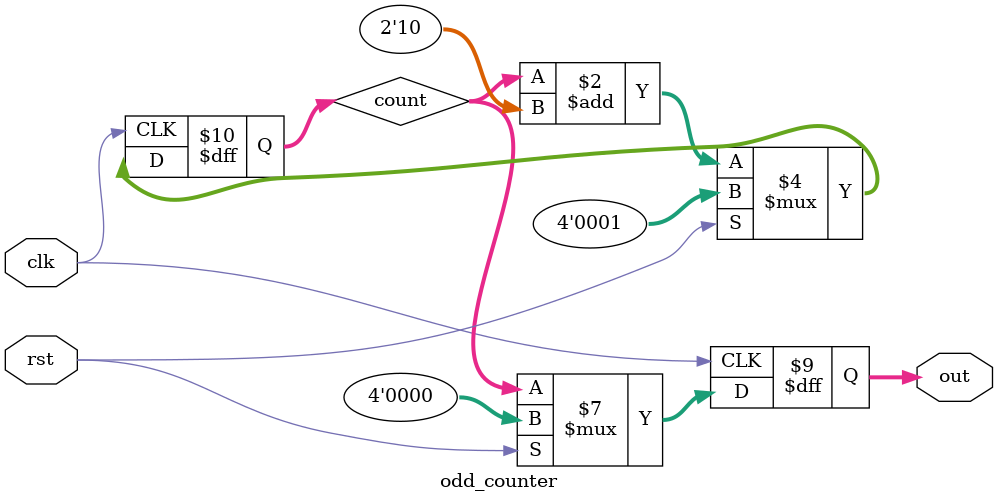
<source format=v>


module odd_counter(out,rst,clk);

input wire clk,rst;
output reg [3:0]out;

reg [3:0]count;
always@(posedge clk)begin
if(rst)begin
out <= 0;
count <= 1'b1;
end else begin
//count <= count + 1'b1;
//if(count % 2 != 0)begin
//out <= count;
//end 
//if(count[0] == 1)begin
//out <= count;
//end
count <= count + 2'd2;
 out <= count;
end
 end
endmodule

</source>
